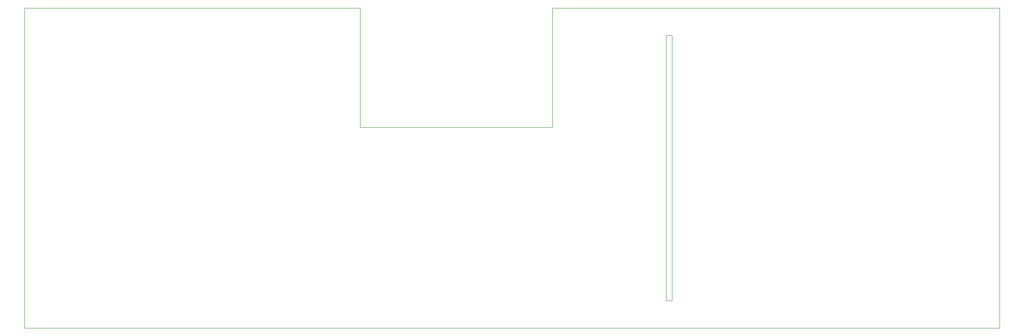
<source format=gbr>
%TF.GenerationSoftware,KiCad,Pcbnew,(5.1.9)-1*%
%TF.CreationDate,2021-02-04T15:38:24+01:00*%
%TF.ProjectId,Spotwelderix,53706f74-7765-46c6-9465-7269782e6b69,v01*%
%TF.SameCoordinates,Original*%
%TF.FileFunction,Profile,NP*%
%FSLAX46Y46*%
G04 Gerber Fmt 4.6, Leading zero omitted, Abs format (unit mm)*
G04 Created by KiCad (PCBNEW (5.1.9)-1) date 2021-02-04 15:38:24*
%MOMM*%
%LPD*%
G01*
G04 APERTURE LIST*
%TA.AperFunction,Profile*%
%ADD10C,0.050000*%
%TD*%
G04 APERTURE END LIST*
D10*
X204670000Y-70800000D02*
X205900000Y-70800000D01*
X204670000Y-124000000D02*
X205900000Y-124000000D01*
X204670000Y-70800000D02*
X204670000Y-124000000D01*
X181920000Y-65270000D02*
X204670000Y-65270000D01*
X181920000Y-89270000D02*
X181920000Y-65270000D01*
X143420000Y-89270000D02*
X181920000Y-89270000D01*
X143420000Y-65270000D02*
X143420000Y-89270000D01*
X76170000Y-65270000D02*
X143420000Y-65270000D01*
X76170000Y-129520000D02*
X76170000Y-65270000D01*
X204670000Y-129520000D02*
X76170000Y-129520000D01*
X205900000Y-70800000D02*
X205900000Y-124000000D01*
X271500000Y-65300000D02*
X204670000Y-65270000D01*
X271500000Y-129520000D02*
X271500000Y-65300000D01*
X204670000Y-129520000D02*
X271500000Y-129520000D01*
M02*

</source>
